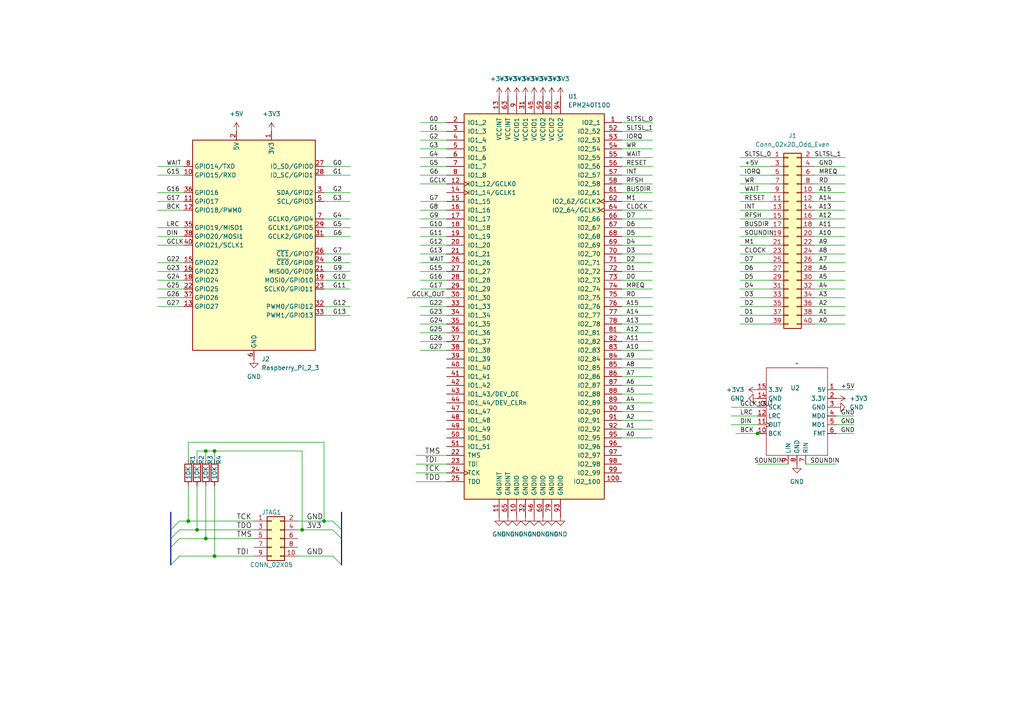
<source format=kicad_sch>
(kicad_sch (version 20231120) (generator "eeschema") (generator_version "8.0")
  (paper "A4")
  (lib_symbols
    (symbol "CPLD_Altera:EPM240T100" (pin_names (offset 1.016))
      (property "Reference" "U" (at 10.16 57.15 0))
      (property "Value" "EPM240T100" (at 10.16 -57.15 0))
      (symbol "EPM240T100_1_1"
        (rectangle (start -20.32 55.88) (end 20.32 -55.88) (stroke (width 0.254)) (fill (type background)))
        (pin bidirectional line (at 25.4 53.34 180) (length 5.08) (name "IO2_1") (number "1"))
        (pin power_in line (at -5.08 -60.96 90) (length 5.08) (name "GNDIO") (number "10"))
        (pin bidirectional line (at 25.4 -50.8 180) (length 5.08) (name "IO2_100") (number "100"))
        (pin power_in line (at -10.16 -60.96 90) (length 5.08) (name "GNDINT") (number "11"))
        (pin bidirectional clock (at -25.4 35.56 0) (length 5.08) (name "IO1_12/GCLK0") (number "12"))
        (pin power_in line (at -10.16 60.96 270) (length 5.08) (name "VCCINT") (number "13"))
        (pin bidirectional clock (at -25.4 33.02 0) (length 5.08) (name "IO1_14/GCLK1") (number "14"))
        (pin bidirectional line (at -25.4 30.48 0) (length 5.08) (name "IO1_15") (number "15"))
        (pin bidirectional line (at -25.4 27.94 0) (length 5.08) (name "IO1_16") (number "16"))
        (pin bidirectional line (at -25.4 25.4 0) (length 5.08) (name "IO1_17") (number "17"))
        (pin bidirectional line (at -25.4 22.86 0) (length 5.08) (name "IO1_18") (number "18"))
        (pin bidirectional line (at -25.4 20.32 0) (length 5.08) (name "IO1_19") (number "19"))
        (pin bidirectional line (at -25.4 53.34 0) (length 5.08) (name "IO1_2") (number "2"))
        (pin bidirectional line (at -25.4 17.78 0) (length 5.08) (name "IO1_20") (number "20"))
        (pin bidirectional line (at -25.4 15.24 0) (length 5.08) (name "IO1_21") (number "21"))
        (pin input line (at -25.4 -43.18 0) (length 5.08) (name "TMS") (number "22"))
        (pin input line (at -25.4 -45.72 0) (length 5.08) (name "TDI") (number "23"))
        (pin input clock (at -25.4 -48.26 0) (length 5.08) (name "TCK") (number "24"))
        (pin output line (at -25.4 -50.8 0) (length 5.08) (name "TDO") (number "25"))
        (pin bidirectional line (at -25.4 12.7 0) (length 5.08) (name "IO1_26") (number "26"))
        (pin bidirectional line (at -25.4 10.16 0) (length 5.08) (name "IO1_27") (number "27"))
        (pin bidirectional line (at -25.4 7.62 0) (length 5.08) (name "IO1_28") (number "28"))
        (pin bidirectional line (at -25.4 5.08 0) (length 5.08) (name "IO1_29") (number "29"))
        (pin bidirectional line (at -25.4 50.8 0) (length 5.08) (name "IO1_3") (number "3"))
        (pin bidirectional line (at -25.4 2.54 0) (length 5.08) (name "IO1_30") (number "30"))
        (pin power_in line (at -2.54 60.96 270) (length 5.08) (name "VCCIO1") (number "31"))
        (pin power_in line (at -2.54 -60.96 90) (length 5.08) (name "GNDIO") (number "32"))
        (pin bidirectional line (at -25.4 0 0) (length 5.08) (name "IO1_33") (number "33"))
        (pin bidirectional line (at -25.4 -2.54 0) (length 5.08) (name "IO1_34") (number "34"))
        (pin bidirectional line (at -25.4 -5.08 0) (length 5.08) (name "IO1_35") (number "35"))
        (pin bidirectional line (at -25.4 -7.62 0) (length 5.08) (name "IO1_36") (number "36"))
        (pin bidirectional line (at -25.4 -10.16 0) (length 5.08) (name "IO1_37") (number "37"))
        (pin bidirectional line (at -25.4 -12.7 0) (length 5.08) (name "IO1_38") (number "38"))
        (pin bidirectional line (at -25.4 -15.24 0) (length 5.08) (name "IO1_39") (number "39"))
        (pin bidirectional line (at -25.4 48.26 0) (length 5.08) (name "IO1_4") (number "4"))
        (pin bidirectional line (at -25.4 -17.78 0) (length 5.08) (name "IO1_40") (number "40"))
        (pin bidirectional line (at -25.4 -20.32 0) (length 5.08) (name "IO1_41") (number "41"))
        (pin bidirectional line (at -25.4 -22.86 0) (length 5.08) (name "IO1_42") (number "42"))
        (pin bidirectional line (at -25.4 -25.4 0) (length 5.08) (name "IO1_43/DEV_OE") (number "43"))
        (pin bidirectional line (at -25.4 -27.94 0) (length 5.08) (name "IO1_44/DEV_CLRn") (number "44"))
        (pin power_in line (at 0 60.96 270) (length 5.08) (name "VCCIO1") (number "45"))
        (pin power_in line (at 0 -60.96 90) (length 5.08) (name "GNDIO") (number "46"))
        (pin bidirectional line (at -25.4 -30.48 0) (length 5.08) (name "IO1_47") (number "47"))
        (pin bidirectional line (at -25.4 -33.02 0) (length 5.08) (name "IO1_48") (number "48"))
        (pin bidirectional line (at -25.4 -35.56 0) (length 5.08) (name "IO1_49") (number "49"))
        (pin bidirectional line (at -25.4 45.72 0) (length 5.08) (name "IO1_5") (number "5"))
        (pin bidirectional line (at -25.4 -38.1 0) (length 5.08) (name "IO1_50") (number "50"))
        (pin bidirectional line (at -25.4 -40.64 0) (length 5.08) (name "IO1_51") (number "51"))
        (pin bidirectional line (at 25.4 50.8 180) (length 5.08) (name "IO2_52") (number "52"))
        (pin bidirectional line (at 25.4 48.26 180) (length 5.08) (name "IO2_53") (number "53"))
        (pin bidirectional line (at 25.4 45.72 180) (length 5.08) (name "IO2_54") (number "54"))
        (pin bidirectional line (at 25.4 43.18 180) (length 5.08) (name "IO2_55") (number "55"))
        (pin bidirectional line (at 25.4 40.64 180) (length 5.08) (name "IO2_56") (number "56"))
        (pin bidirectional line (at 25.4 38.1 180) (length 5.08) (name "IO2_57") (number "57"))
        (pin bidirectional line (at 25.4 35.56 180) (length 5.08) (name "IO2_58") (number "58"))
        (pin power_in line (at 2.54 60.96 270) (length 5.08) (name "VCCIO2") (number "59"))
        (pin bidirectional line (at -25.4 43.18 0) (length 5.08) (name "IO1_6") (number "6"))
        (pin power_in line (at 2.54 -60.96 90) (length 5.08) (name "GNDIO") (number "60"))
        (pin bidirectional line (at 25.4 33.02 180) (length 5.08) (name "IO2_61") (number "61"))
        (pin bidirectional clock (at 25.4 30.48 180) (length 5.08) (name "IO2_62/GCLK2") (number "62"))
        (pin power_in line (at -7.62 60.96 270) (length 5.08) (name "VCCINT") (number "63"))
        (pin bidirectional clock (at 25.4 27.94 180) (length 5.08) (name "IO2_64/GCLK3") (number "64"))
        (pin power_in line (at -7.62 -60.96 90) (length 5.08) (name "GNDINT") (number "65"))
        (pin bidirectional line (at 25.4 25.4 180) (length 5.08) (name "IO2_66") (number "66"))
        (pin bidirectional line (at 25.4 22.86 180) (length 5.08) (name "IO2_67") (number "67"))
        (pin bidirectional line (at 25.4 20.32 180) (length 5.08) (name "IO2_68") (number "68"))
        (pin bidirectional line (at 25.4 17.78 180) (length 5.08) (name "IO2_69") (number "69"))
        (pin bidirectional line (at -25.4 40.64 0) (length 5.08) (name "IO1_7") (number "7"))
        (pin bidirectional line (at 25.4 15.24 180) (length 5.08) (name "IO2_70") (number "70"))
        (pin bidirectional line (at 25.4 12.7 180) (length 5.08) (name "IO2_71") (number "71"))
        (pin bidirectional line (at 25.4 10.16 180) (length 5.08) (name "IO2_72") (number "72"))
        (pin bidirectional line (at 25.4 7.62 180) (length 5.08) (name "IO2_73") (number "73"))
        (pin bidirectional line (at 25.4 5.08 180) (length 5.08) (name "IO2_74") (number "74"))
        (pin bidirectional line (at 25.4 2.54 180) (length 5.08) (name "IO2_75") (number "75"))
        (pin bidirectional line (at 25.4 0 180) (length 5.08) (name "IO2_76") (number "76"))
        (pin bidirectional line (at 25.4 -2.54 180) (length 5.08) (name "IO2_77") (number "77"))
        (pin bidirectional line (at 25.4 -5.08 180) (length 5.08) (name "IO2_78") (number "78"))
        (pin power_in line (at 5.08 -60.96 90) (length 5.08) (name "GNDIO") (number "79"))
        (pin bidirectional line (at -25.4 38.1 0) (length 5.08) (name "IO1_8") (number "8"))
        (pin power_in line (at 5.08 60.96 270) (length 5.08) (name "VCCIO2") (number "80"))
        (pin bidirectional line (at 25.4 -7.62 180) (length 5.08) (name "IO2_81") (number "81"))
        (pin bidirectional line (at 25.4 -10.16 180) (length 5.08) (name "IO2_82") (number "82"))
        (pin bidirectional line (at 25.4 -12.7 180) (length 5.08) (name "IO2_83") (number "83"))
        (pin bidirectional line (at 25.4 -15.24 180) (length 5.08) (name "IO2_84") (number "84"))
        (pin bidirectional line (at 25.4 -17.78 180) (length 5.08) (name "IO2_85") (number "85"))
        (pin bidirectional line (at 25.4 -20.32 180) (length 5.08) (name "IO2_86") (number "86"))
        (pin bidirectional line (at 25.4 -22.86 180) (length 5.08) (name "IO2_87") (number "87"))
        (pin bidirectional line (at 25.4 -25.4 180) (length 5.08) (name "IO2_88") (number "88"))
        (pin bidirectional line (at 25.4 -27.94 180) (length 5.08) (name "IO2_89") (number "89"))
        (pin power_in line (at -5.08 60.96 270) (length 5.08) (name "VCCIO1") (number "9"))
        (pin bidirectional line (at 25.4 -30.48 180) (length 5.08) (name "IO2_90") (number "90"))
        (pin bidirectional line (at 25.4 -33.02 180) (length 5.08) (name "IO2_91") (number "91"))
        (pin bidirectional line (at 25.4 -35.56 180) (length 5.08) (name "IO2_92") (number "92"))
        (pin power_in line (at 7.62 -60.96 90) (length 5.08) (name "GNDIO") (number "93"))
        (pin power_in line (at 7.62 60.96 270) (length 5.08) (name "VCCIO2") (number "94"))
        (pin bidirectional line (at 25.4 -38.1 180) (length 5.08) (name "IO2_95") (number "95"))
        (pin bidirectional line (at 25.4 -40.64 180) (length 5.08) (name "IO2_96") (number "96"))
        (pin bidirectional line (at 25.4 -43.18 180) (length 5.08) (name "IO2_97") (number "97"))
        (pin bidirectional line (at 25.4 -45.72 180) (length 5.08) (name "IO2_98") (number "98"))
        (pin bidirectional line (at 25.4 -48.26 180) (length 5.08) (name "IO2_99") (number "99"))
      )
    )
    (symbol "Connector:Raspberry_Pi_2_3"
      (property "Reference" "J" (at -17.78 31.75 0))
      (property "Value" "Raspberry_Pi_2_3" (at 10.16 -31.75 0))
      (symbol "Raspberry_Pi_2_3_0_1"
        (rectangle (start -17.78 30.48) (end 17.78 -30.48) (stroke (width 0.254)) (fill (type background)))
      )
      (symbol "Raspberry_Pi_2_3_1_1"
        (pin power_in line (at 5.08 33.02 270) (length 2.54) (name "3V3") (number "1"))
        (pin bidirectional line (at -20.32 20.32 0) (length 2.54) (name "GPIO15/RXD") (number "10"))
        (pin bidirectional line (at -20.32 12.7 0) (length 2.54) (name "GPIO17") (number "11"))
        (pin bidirectional line (at -20.32 10.16 0) (length 2.54) (name "GPIO18/PWM0") (number "12"))
        (pin bidirectional line (at -20.32 -17.78 0) (length 2.54) (name "GPIO27") (number "13"))
        (pin passive line (at 0 -33.02 90) (length 2.54) hide (name "GND") (number "14"))
        (pin bidirectional line (at -20.32 -5.08 0) (length 2.54) (name "GPIO22") (number "15"))
        (pin bidirectional line (at -20.32 -7.62 0) (length 2.54) (name "GPIO23") (number "16"))
        (pin passive line (at 5.08 33.02 270) (length 2.54) hide (name "3V3") (number "17"))
        (pin bidirectional line (at -20.32 -10.16 0) (length 2.54) (name "GPIO24") (number "18"))
        (pin bidirectional line (at 20.32 -10.16 180) (length 2.54) (name "MOSI0/GPIO10") (number "19"))
        (pin power_in line (at -5.08 33.02 270) (length 2.54) (name "5V") (number "2"))
        (pin passive line (at 0 -33.02 90) (length 2.54) hide (name "GND") (number "20"))
        (pin bidirectional line (at 20.32 -7.62 180) (length 2.54) (name "MISO0/GPIO9") (number "21"))
        (pin bidirectional line (at -20.32 -12.7 0) (length 2.54) (name "GPIO25") (number "22"))
        (pin bidirectional line (at 20.32 -12.7 180) (length 2.54) (name "SCLK0/GPIO11") (number "23"))
        (pin bidirectional line (at 20.32 -5.08 180) (length 2.54) (name "~{CE0}/GPIO8") (number "24"))
        (pin passive line (at 0 -33.02 90) (length 2.54) hide (name "GND") (number "25"))
        (pin bidirectional line (at 20.32 -2.54 180) (length 2.54) (name "~{CE1}/GPIO7") (number "26"))
        (pin bidirectional line (at 20.32 22.86 180) (length 2.54) (name "ID_SD/GPIO0") (number "27"))
        (pin bidirectional line (at 20.32 20.32 180) (length 2.54) (name "ID_SC/GPIO1") (number "28"))
        (pin bidirectional line (at 20.32 5.08 180) (length 2.54) (name "GCLK1/GPIO5") (number "29"))
        (pin bidirectional line (at 20.32 15.24 180) (length 2.54) (name "SDA/GPIO2") (number "3"))
        (pin passive line (at 0 -33.02 90) (length 2.54) hide (name "GND") (number "30"))
        (pin bidirectional line (at 20.32 2.54 180) (length 2.54) (name "GCLK2/GPIO6") (number "31"))
        (pin bidirectional line (at 20.32 -17.78 180) (length 2.54) (name "PWM0/GPIO12") (number "32"))
        (pin bidirectional line (at 20.32 -20.32 180) (length 2.54) (name "PWM1/GPIO13") (number "33"))
        (pin passive line (at 0 -33.02 90) (length 2.54) hide (name "GND") (number "34"))
        (pin bidirectional line (at -20.32 5.08 0) (length 2.54) (name "GPIO19/MISO1") (number "35"))
        (pin bidirectional line (at -20.32 15.24 0) (length 2.54) (name "GPIO16") (number "36"))
        (pin bidirectional line (at -20.32 -15.24 0) (length 2.54) (name "GPIO26") (number "37"))
        (pin bidirectional line (at -20.32 2.54 0) (length 2.54) (name "GPIO20/MOSI1") (number "38"))
        (pin passive line (at 0 -33.02 90) (length 2.54) hide (name "GND") (number "39"))
        (pin passive line (at -5.08 33.02 270) (length 2.54) hide (name "5V") (number "4"))
        (pin bidirectional line (at -20.32 0 0) (length 2.54) (name "GPIO21/SCLK1") (number "40"))
        (pin bidirectional line (at 20.32 12.7 180) (length 2.54) (name "SCL/GPIO3") (number "5"))
        (pin power_in line (at 0 -33.02 90) (length 2.54) (name "GND") (number "6"))
        (pin bidirectional line (at 20.32 7.62 180) (length 2.54) (name "GCLK0/GPIO4") (number "7"))
        (pin bidirectional line (at -20.32 22.86 0) (length 2.54) (name "GPIO14/TXD") (number "8"))
        (pin passive line (at 0 -33.02 90) (length 2.54) hide (name "GND") (number "9"))
      )
    )
    (symbol "Connector_Generic:Conn_02x05_Odd_Even" (pin_names (offset 1.016) hide)
      (property "Reference" "J" (at 1.27 7.62 0))
      (property "Value" "Conn_02x05_Odd_Even" (at 1.27 -7.62 0))
      (symbol "Conn_02x05_Odd_Even_1_1"
        (rectangle (start -1.27 -4.953) (end 0 -5.207) (stroke (width 0.1524)))
        (rectangle (start -1.27 -2.413) (end 0 -2.667) (stroke (width 0.1524)))
        (rectangle (start -1.27 0.127) (end 0 -0.127) (stroke (width 0.1524)))
        (rectangle (start -1.27 2.667) (end 0 2.413) (stroke (width 0.1524)))
        (rectangle (start -1.27 5.207) (end 0 4.953) (stroke (width 0.1524)))
        (rectangle (start -1.27 6.35) (end 3.81 -6.35) (stroke (width 0.254)) (fill (type background)))
        (rectangle (start 3.81 -4.953) (end 2.54 -5.207) (stroke (width 0.1524)))
        (rectangle (start 3.81 -2.413) (end 2.54 -2.667) (stroke (width 0.1524)))
        (rectangle (start 3.81 0.127) (end 2.54 -0.127) (stroke (width 0.1524)))
        (rectangle (start 3.81 2.667) (end 2.54 2.413) (stroke (width 0.1524)))
        (rectangle (start 3.81 5.207) (end 2.54 4.953) (stroke (width 0.1524)))
        (pin passive line (at -5.08 5.08 0) (length 3.81) (name "Pin_1") (number "1"))
        (pin passive line (at 7.62 -5.08 180) (length 3.81) (name "Pin_10") (number "10"))
        (pin passive line (at 7.62 5.08 180) (length 3.81) (name "Pin_2") (number "2"))
        (pin passive line (at -5.08 2.54 0) (length 3.81) (name "Pin_3") (number "3"))
        (pin passive line (at 7.62 2.54 180) (length 3.81) (name "Pin_4") (number "4"))
        (pin passive line (at -5.08 0 0) (length 3.81) (name "Pin_5") (number "5"))
        (pin passive line (at 7.62 0 180) (length 3.81) (name "Pin_6") (number "6"))
        (pin passive line (at -5.08 -2.54 0) (length 3.81) (name "Pin_7") (number "7"))
        (pin passive line (at 7.62 -2.54 180) (length 3.81) (name "Pin_8") (number "8"))
        (pin passive line (at -5.08 -5.08 0) (length 3.81) (name "Pin_9") (number "9"))
      )
    )
    (symbol "Connector_Generic:Conn_02x20_Odd_Even" (pin_names (offset 1.016) hide)
      (property "Reference" "J" (at 1.27 25.4 0))
      (property "Value" "Conn_02x20_Odd_Even" (at 1.27 -27.94 0))
      (symbol "Conn_02x20_Odd_Even_1_1"
        (rectangle (start -1.27 -25.273) (end 0 -25.527) (stroke (width 0.1524)))
        (rectangle (start -1.27 -22.733) (end 0 -22.987) (stroke (width 0.1524)))
        (rectangle (start -1.27 -20.193) (end 0 -20.447) (stroke (width 0.1524)))
        (rectangle (start -1.27 -17.653) (end 0 -17.907) (stroke (width 0.1524)))
        (rectangle (start -1.27 -15.113) (end 0 -15.367) (stroke (width 0.1524)))
        (rectangle (start -1.27 -12.573) (end 0 -12.827) (stroke (width 0.1524)))
        (rectangle (start -1.27 -10.033) (end 0 -10.287) (stroke (width 0.1524)))
        (rectangle (start -1.27 -7.493) (end 0 -7.747) (stroke (width 0.1524)))
        (rectangle (start -1.27 -4.953) (end 0 -5.207) (stroke (width 0.1524)))
        (rectangle (start -1.27 -2.413) (end 0 -2.667) (stroke (width 0.1524)))
        (rectangle (start -1.27 0.127) (end 0 -0.127) (stroke (width 0.1524)))
        (rectangle (start -1.27 2.667) (end 0 2.413) (stroke (width 0.1524)))
        (rectangle (start -1.27 5.207) (end 0 4.953) (stroke (width 0.1524)))
        (rectangle (start -1.27 7.747) (end 0 7.493) (stroke (width 0.1524)))
        (rectangle (start -1.27 10.287) (end 0 10.033) (stroke (width 0.1524)))
        (rectangle (start -1.27 12.827) (end 0 12.573) (stroke (width 0.1524)))
        (rectangle (start -1.27 15.367) (end 0 15.113) (stroke (width 0.1524)))
        (rectangle (start -1.27 17.907) (end 0 17.653) (stroke (width 0.1524)))
        (rectangle (start -1.27 20.447) (end 0 20.193) (stroke (width 0.1524)))
        (rectangle (start -1.27 22.987) (end 0 22.733) (stroke (width 0.1524)))
        (rectangle (start -1.27 24.13) (end 3.81 -26.67) (stroke (width 0.254)) (fill (type background)))
        (rectangle (start 3.81 -25.273) (end 2.54 -25.527) (stroke (width 0.1524)))
        (rectangle (start 3.81 -22.733) (end 2.54 -22.987) (stroke (width 0.1524)))
        (rectangle (start 3.81 -20.193) (end 2.54 -20.447) (stroke (width 0.1524)))
        (rectangle (start 3.81 -17.653) (end 2.54 -17.907) (stroke (width 0.1524)))
        (rectangle (start 3.81 -15.113) (end 2.54 -15.367) (stroke (width 0.1524)))
        (rectangle (start 3.81 -12.573) (end 2.54 -12.827) (stroke (width 0.1524)))
        (rectangle (start 3.81 -10.033) (end 2.54 -10.287) (stroke (width 0.1524)))
        (rectangle (start 3.81 -7.493) (end 2.54 -7.747) (stroke (width 0.1524)))
        (rectangle (start 3.81 -4.953) (end 2.54 -5.207) (stroke (width 0.1524)))
        (rectangle (start 3.81 -2.413) (end 2.54 -2.667) (stroke (width 0.1524)))
        (rectangle (start 3.81 0.127) (end 2.54 -0.127) (stroke (width 0.1524)))
        (rectangle (start 3.81 2.667) (end 2.54 2.413) (stroke (width 0.1524)))
        (rectangle (start 3.81 5.207) (end 2.54 4.953) (stroke (width 0.1524)))
        (rectangle (start 3.81 7.747) (end 2.54 7.493) (stroke (width 0.1524)))
        (rectangle (start 3.81 10.287) (end 2.54 10.033) (stroke (width 0.1524)))
        (rectangle (start 3.81 12.827) (end 2.54 12.573) (stroke (width 0.1524)))
        (rectangle (start 3.81 15.367) (end 2.54 15.113) (stroke (width 0.1524)))
        (rectangle (start 3.81 17.907) (end 2.54 17.653) (stroke (width 0.1524)))
        (rectangle (start 3.81 20.447) (end 2.54 20.193) (stroke (width 0.1524)))
        (rectangle (start 3.81 22.987) (end 2.54 22.733) (stroke (width 0.1524)))
        (pin passive line (at -5.08 22.86 0) (length 3.81) (name "Pin_1") (number "1"))
        (pin passive line (at 7.62 12.7 180) (length 3.81) (name "Pin_10") (number "10"))
        (pin passive line (at -5.08 10.16 0) (length 3.81) (name "Pin_11") (number "11"))
        (pin passive line (at 7.62 10.16 180) (length 3.81) (name "Pin_12") (number "12"))
        (pin passive line (at -5.08 7.62 0) (length 3.81) (name "Pin_13") (number "13"))
        (pin passive line (at 7.62 7.62 180) (length 3.81) (name "Pin_14") (number "14"))
        (pin passive line (at -5.08 5.08 0) (length 3.81) (name "Pin_15") (number "15"))
        (pin passive line (at 7.62 5.08 180) (length 3.81) (name "Pin_16") (number "16"))
        (pin passive line (at -5.08 2.54 0) (length 3.81) (name "Pin_17") (number "17"))
        (pin passive line (at 7.62 2.54 180) (length 3.81) (name "Pin_18") (number "18"))
        (pin passive line (at -5.08 0 0) (length 3.81) (name "Pin_19") (number "19"))
        (pin passive line (at 7.62 22.86 180) (length 3.81) (name "Pin_2") (number "2"))
        (pin passive line (at 7.62 0 180) (length 3.81) (name "Pin_20") (number "20"))
        (pin passive line (at -5.08 -2.54 0) (length 3.81) (name "Pin_21") (number "21"))
        (pin passive line (at 7.62 -2.54 180) (length 3.81) (name "Pin_22") (number "22"))
        (pin passive line (at -5.08 -5.08 0) (length 3.81) (name "Pin_23") (number "23"))
        (pin passive line (at 7.62 -5.08 180) (length 3.81) (name "Pin_24") (number "24"))
        (pin passive line (at -5.08 -7.62 0) (length 3.81) (name "Pin_25") (number "25"))
        (pin passive line (at 7.62 -7.62 180) (length 3.81) (name "Pin_26") (number "26"))
        (pin passive line (at -5.08 -10.16 0) (length 3.81) (name "Pin_27") (number "27"))
        (pin passive line (at 7.62 -10.16 180) (length 3.81) (name "Pin_28") (number "28"))
        (pin passive line (at -5.08 -12.7 0) (length 3.81) (name "Pin_29") (number "29"))
        (pin passive line (at -5.08 20.32 0) (length 3.81) (name "Pin_3") (number "3"))
        (pin passive line (at 7.62 -12.7 180) (length 3.81) (name "Pin_30") (number "30"))
        (pin passive line (at -5.08 -15.24 0) (length 3.81) (name "Pin_31") (number "31"))
        (pin passive line (at 7.62 -15.24 180) (length 3.81) (name "Pin_32") (number "32"))
        (pin passive line (at -5.08 -17.78 0) (length 3.81) (name "Pin_33") (number "33"))
        (pin passive line (at 7.62 -17.78 180) (length 3.81) (name "Pin_34") (number "34"))
        (pin passive line (at -5.08 -20.32 0) (length 3.81) (name "Pin_35") (number "35"))
        (pin passive line (at 7.62 -20.32 180) (length 3.81) (name "Pin_36") (number "36"))
        (pin passive line (at -5.08 -22.86 0) (length 3.81) (name "Pin_37") (number "37"))
        (pin passive line (at 7.62 -22.86 180) (length 3.81) (name "Pin_38") (number "38"))
        (pin passive line (at -5.08 -25.4 0) (length 3.81) (name "Pin_39") (number "39"))
        (pin passive line (at 7.62 20.32 180) (length 3.81) (name "Pin_4") (number "4"))
        (pin passive line (at 7.62 -25.4 180) (length 3.81) (name "Pin_40") (number "40"))
        (pin passive line (at -5.08 17.78 0) (length 3.81) (name "Pin_5") (number "5"))
        (pin passive line (at 7.62 17.78 180) (length 3.81) (name "Pin_6") (number "6"))
        (pin passive line (at -5.08 15.24 0) (length 3.81) (name "Pin_7") (number "7"))
        (pin passive line (at 7.62 15.24 180) (length 3.81) (name "Pin_8") (number "8"))
        (pin passive line (at -5.08 12.7 0) (length 3.81) (name "Pin_9") (number "9"))
      )
    )
    (symbol "Device:R" (pin_numbers hide) (pin_names (offset 0))
      (property "Reference" "R" (at 2.032 0 90))
      (property "Value" "R" (at 0 0 90))
      (symbol "R_0_1"
        (rectangle (start -1.016 -2.54) (end 1.016 2.54) (stroke (width 0.254)))
      )
      (symbol "R_1_1"
        (pin passive line (at 0 3.81 270) (length 1.27) (name "~") (number "1"))
        (pin passive line (at 0 -3.81 90) (length 1.27) (name "~") (number "2"))
      )
    )
    (symbol "msx_slot:PCM1808_EVB"
      (property "Reference" "U" (at 0 0.762 0))
      (symbol "PCM1808_EVB_0_1"
        (rectangle (start -8.89 12.7) (end 8.89 -12.7))
      )
      (symbol "PCM1808_EVB_1_1"
        (pin power_in line (at -11.43 -6.35 0) (length 2.54) (name "5V") (number "1"))
        (pin input line (at 11.43 6.35 180) (length 2.54) (name "BCK") (number "10"))
        (pin output clock (at 11.43 3.81 180) (length 2.54) (name "OUT") (number "11"))
        (pin input line (at 11.43 1.27 180) (length 2.54) (name "LRC") (number "12"))
        (pin input line (at 11.43 -1.27 180) (length 2.54) (name "SCK") (number "13"))
        (pin free line (at 11.43 -3.81 180) (length 2.54) (name "GND") (number "14"))
        (pin power_in line (at 11.43 -6.35 180) (length 2.54) (name "3.3V") (number "15"))
        (pin power_in line (at -11.43 -3.81 0) (length 2.54) (name "3.3V") (number "2"))
        (pin free line (at -11.43 -1.27 0) (length 2.54) (name "GND") (number "3"))
        (pin input line (at -11.43 1.27 0) (length 2.54) (name "MD0") (number "4"))
        (pin input line (at -11.43 3.81 0) (length 2.54) (name "MD1") (number "5"))
        (pin input line (at -11.43 6.35 0) (length 2.54) (name "FMT") (number "6"))
        (pin input line (at -2.54 15.24 270) (length 2.54) (name "RIN") (number "7"))
        (pin input line (at 0 15.24 270) (length 2.54) (name "GND") (number "8"))
        (pin input line (at 2.54 15.24 270) (length 2.54) (name "LIN") (number "9"))
      )
    )
    (symbol "power:+3V3" (power) (pin_numbers hide) (pin_names (offset 0) hide)
      (property "Value" "+3V3" (at 0 3.556 0))
      (symbol "+3V3_0_1"
        (polyline (pts (xy -0.762 1.27) (xy 0 2.54)))
        (polyline (pts (xy 0 0) (xy 0 2.54)))
        (polyline (pts (xy 0 2.54) (xy 0.762 1.27)))
      )
      (symbol "+3V3_1_1"
        (pin power_in line (at 0 0 90) (length 0) (name "~") (number "1"))
      )
    )
    (symbol "power:+5V" (power) (pin_numbers hide) (pin_names (offset 0) hide)
      (property "Value" "+5V" (at 0 3.556 0))
      (symbol "+5V_0_1"
        (polyline (pts (xy -0.762 1.27) (xy 0 2.54)))
        (polyline (pts (xy 0 0) (xy 0 2.54)))
        (polyline (pts (xy 0 2.54) (xy 0.762 1.27)))
      )
      (symbol "+5V_1_1"
        (pin power_in line (at 0 0 90) (length 0) (name "~") (number "1"))
      )
    )
    (symbol "power:GND" (power) (pin_numbers hide) (pin_names (offset 0) hide)
      (property "Value" "GND" (at 0 -3.81 0))
      (symbol "GND_0_1"
        (polyline (pts (xy 0 0) (xy 0 -1.27) (xy 1.27 -1.27) (xy 0 -2.54) (xy -1.27 -1.27) (xy 0 -1.27)))
      )
      (symbol "GND_1_1"
        (pin power_in line (at 0 0 270) (length 0) (name "~") (number "1"))
      )
    )
  )
  (junction (at 59.69 156.21))
  (junction (at 87.63 153.67))
  (junction (at 93.98 151.13))
  (junction (at 59.69 130.81))
  (junction (at 62.23 130.81))
  (junction (at 219.71 125.73))
  (junction (at 62.23 161.29))
  (junction (at 54.61 151.13))
  (junction (at 57.15 153.67))
  (bus_entry (at 49.53 163.83) (size 2.54 -2.54))
  (bus_entry (at 96.52 153.67) (size 2.54 2.54))
  (bus_entry (at 49.53 153.67) (size 2.54 -2.54))
  (bus_entry (at 96.52 161.29) (size 2.54 2.54))
  (bus_entry (at 96.52 151.13) (size 2.54 2.54))
  (bus_entry (at 49.53 158.75) (size 2.54 -2.54))
  (bus_entry (at 49.53 156.21) (size 2.54 -2.54))
  (wire (pts (xy 45.72 58.42) (xy 53.34 58.42)))
  (wire (pts (xy 233.68 134.62) (xy 242.57 134.62)))
  (wire (pts (xy 180.34 109.22) (xy 189.23 109.22)))
  (wire (pts (xy 121.92 43.18) (xy 129.54 43.18)))
  (wire (pts (xy 236.22 73.66) (xy 245.11 73.66)))
  (wire (pts (xy 242.57 113.03) (xy 247.65 113.03)))
  (wire (pts (xy 236.22 53.34) (xy 245.11 53.34)))
  (wire (pts (xy 45.72 60.96) (xy 53.34 60.96)))
  (wire (pts (xy 180.34 45.72) (xy 189.23 45.72)))
  (wire (pts (xy 93.98 76.2) (xy 101.6 76.2)))
  (wire (pts (xy 242.57 123.19) (xy 247.65 123.19)))
  (wire (pts (xy 214.63 55.88) (xy 223.52 55.88)))
  (wire (pts (xy 57.15 153.67) (xy 73.66 153.67)))
  (wire (pts (xy 86.36 151.13) (xy 93.98 151.13)))
  (wire (pts (xy 59.69 156.21) (xy 73.66 156.21)))
  (wire (pts (xy 180.34 127) (xy 189.23 127)))
  (bus (pts (xy 49.53 158.75) (xy 49.53 163.83)))
  (wire (pts (xy 236.22 76.2) (xy 245.11 76.2)))
  (wire (pts (xy 180.34 71.12) (xy 189.23 71.12)))
  (wire (pts (xy 93.98 55.88) (xy 101.6 55.88)))
  (wire (pts (xy 121.92 73.66) (xy 129.54 73.66)))
  (wire (pts (xy 121.92 48.26) (xy 129.54 48.26)))
  (wire (pts (xy 120.65 137.16) (xy 129.54 137.16)))
  (wire (pts (xy 121.92 58.42) (xy 129.54 58.42)))
  (wire (pts (xy 180.34 104.14) (xy 189.23 104.14)))
  (wire (pts (xy 121.92 101.6) (xy 129.54 101.6)))
  (wire (pts (xy 93.98 151.13) (xy 96.52 151.13)))
  (wire (pts (xy 180.34 66.04) (xy 189.23 66.04)))
  (wire (pts (xy 121.92 68.58) (xy 129.54 68.58)))
  (wire (pts (xy 180.34 43.18) (xy 189.23 43.18)))
  (wire (pts (xy 214.63 93.98) (xy 223.52 93.98)))
  (wire (pts (xy 214.63 48.26) (xy 223.52 48.26)))
  (wire (pts (xy 45.72 81.28) (xy 53.34 81.28)))
  (wire (pts (xy 212.09 120.65) (xy 219.71 120.65)))
  (wire (pts (xy 62.23 161.29) (xy 73.66 161.29)))
  (wire (pts (xy 180.34 60.96) (xy 189.23 60.96)))
  (wire (pts (xy 214.63 58.42) (xy 223.52 58.42)))
  (wire (pts (xy 121.92 91.44) (xy 129.54 91.44)))
  (wire (pts (xy 242.57 125.73) (xy 247.65 125.73)))
  (wire (pts (xy 214.63 68.58) (xy 223.52 68.58)))
  (wire (pts (xy 93.98 48.26) (xy 101.6 48.26)))
  (wire (pts (xy 214.63 53.34) (xy 223.52 53.34)))
  (wire (pts (xy 214.63 60.96) (xy 223.52 60.96)))
  (wire (pts (xy 212.09 118.11) (xy 219.71 118.11)))
  (wire (pts (xy 93.98 58.42) (xy 101.6 58.42)))
  (wire (pts (xy 180.34 111.76) (xy 189.23 111.76)))
  (wire (pts (xy 236.22 68.58) (xy 245.11 68.58)))
  (wire (pts (xy 45.72 55.88) (xy 53.34 55.88)))
  (wire (pts (xy 214.63 45.72) (xy 223.52 45.72)))
  (wire (pts (xy 180.34 35.56) (xy 189.23 35.56)))
  (wire (pts (xy 213.36 125.73) (xy 219.71 125.73)))
  (wire (pts (xy 236.22 86.36) (xy 245.11 86.36)))
  (wire (pts (xy 59.69 133.35) (xy 59.69 130.81)))
  (wire (pts (xy 214.63 88.9) (xy 223.52 88.9)))
  (wire (pts (xy 121.92 83.82) (xy 129.54 83.82)))
  (wire (pts (xy 180.34 86.36) (xy 189.23 86.36)))
  (wire (pts (xy 93.98 63.5) (xy 101.6 63.5)))
  (wire (pts (xy 180.34 88.9) (xy 189.23 88.9)))
  (wire (pts (xy 214.63 63.5) (xy 223.52 63.5)))
  (wire (pts (xy 180.34 96.52) (xy 189.23 96.52)))
  (wire (pts (xy 120.65 134.62) (xy 129.54 134.62)))
  (wire (pts (xy 214.63 78.74) (xy 223.52 78.74)))
  (wire (pts (xy 86.36 161.29) (xy 96.52 161.29)))
  (wire (pts (xy 120.65 139.7) (xy 129.54 139.7)))
  (wire (pts (xy 62.23 130.81) (xy 62.23 133.35)))
  (wire (pts (xy 180.34 106.68) (xy 189.23 106.68)))
  (wire (pts (xy 54.61 128.27) (xy 54.61 133.35)))
  (wire (pts (xy 236.22 48.26) (xy 245.11 48.26)))
  (wire (pts (xy 121.92 66.04) (xy 129.54 66.04)))
  (wire (pts (xy 93.98 151.13) (xy 93.98 128.27)))
  (wire (pts (xy 180.34 81.28) (xy 189.23 81.28)))
  (wire (pts (xy 180.34 40.64) (xy 189.23 40.64)))
  (wire (pts (xy 93.98 91.44) (xy 101.6 91.44)))
  (wire (pts (xy 180.34 93.98) (xy 189.23 93.98)))
  (bus (pts (xy 49.53 153.67) (xy 49.53 156.21)))
  (wire (pts (xy 54.61 151.13) (xy 73.66 151.13)))
  (wire (pts (xy 180.34 116.84) (xy 189.23 116.84)))
  (wire (pts (xy 54.61 151.13) (xy 54.61 140.97)))
  (wire (pts (xy 180.34 124.46) (xy 189.23 124.46)))
  (wire (pts (xy 52.07 151.13) (xy 54.61 151.13)))
  (wire (pts (xy 59.69 130.81) (xy 62.23 130.81)))
  (wire (pts (xy 236.22 60.96) (xy 245.11 60.96)))
  (wire (pts (xy 180.34 48.26) (xy 189.23 48.26)))
  (wire (pts (xy 236.22 93.98) (xy 245.11 93.98)))
  (wire (pts (xy 214.63 83.82) (xy 223.52 83.82)))
  (bus (pts (xy 99.06 148.59) (xy 99.06 153.67)))
  (wire (pts (xy 121.92 35.56) (xy 129.54 35.56)))
  (wire (pts (xy 86.36 153.67) (xy 87.63 153.67)))
  (wire (pts (xy 236.22 58.42) (xy 245.11 58.42)))
  (wire (pts (xy 121.92 53.34) (xy 129.54 53.34)))
  (wire (pts (xy 45.72 83.82) (xy 53.34 83.82)))
  (wire (pts (xy 45.72 68.58) (xy 53.34 68.58)))
  (wire (pts (xy 214.63 86.36) (xy 223.52 86.36)))
  (wire (pts (xy 236.22 50.8) (xy 245.11 50.8)))
  (wire (pts (xy 212.09 123.19) (xy 219.71 123.19)))
  (wire (pts (xy 180.34 76.2) (xy 189.23 76.2)))
  (wire (pts (xy 52.07 153.67) (xy 57.15 153.67)))
  (wire (pts (xy 45.72 50.8) (xy 53.34 50.8)))
  (wire (pts (xy 180.34 99.06) (xy 189.23 99.06)))
  (wire (pts (xy 121.92 76.2) (xy 129.54 76.2)))
  (wire (pts (xy 121.92 63.5) (xy 129.54 63.5)))
  (wire (pts (xy 57.15 153.67) (xy 57.15 140.97)))
  (bus (pts (xy 99.06 156.21) (xy 99.06 163.83)))
  (wire (pts (xy 180.34 50.8) (xy 189.23 50.8)))
  (wire (pts (xy 93.98 50.8) (xy 101.6 50.8)))
  (wire (pts (xy 180.34 63.5) (xy 189.23 63.5)))
  (wire (pts (xy 236.22 88.9) (xy 245.11 88.9)))
  (wire (pts (xy 236.22 91.44) (xy 245.11 91.44)))
  (wire (pts (xy 121.92 50.8) (xy 129.54 50.8)))
  (wire (pts (xy 180.34 58.42) (xy 189.23 58.42)))
  (wire (pts (xy 45.72 76.2) (xy 53.34 76.2)))
  (wire (pts (xy 52.07 156.21) (xy 59.69 156.21)))
  (wire (pts (xy 236.22 66.04) (xy 245.11 66.04)))
  (bus (pts (xy 49.53 148.59) (xy 49.53 153.67)))
  (wire (pts (xy 236.22 63.5) (xy 245.11 63.5)))
  (wire (pts (xy 214.63 71.12) (xy 223.52 71.12)))
  (wire (pts (xy 93.98 81.28) (xy 101.6 81.28)))
  (wire (pts (xy 180.34 114.3) (xy 189.23 114.3)))
  (wire (pts (xy 45.72 66.04) (xy 53.34 66.04)))
  (wire (pts (xy 120.65 132.08) (xy 129.54 132.08)))
  (wire (pts (xy 180.34 78.74) (xy 189.23 78.74)))
  (wire (pts (xy 180.34 53.34) (xy 189.23 53.34)))
  (wire (pts (xy 121.92 93.98) (xy 129.54 93.98)))
  (wire (pts (xy 93.98 73.66) (xy 101.6 73.66)))
  (wire (pts (xy 45.72 71.12) (xy 53.34 71.12)))
  (wire (pts (xy 236.22 83.82) (xy 245.11 83.82)))
  (wire (pts (xy 236.22 71.12) (xy 245.11 71.12)))
  (bus (pts (xy 99.06 153.67) (xy 99.06 156.21)))
  (wire (pts (xy 87.63 153.67) (xy 96.52 153.67)))
  (wire (pts (xy 93.98 78.74) (xy 101.6 78.74)))
  (wire (pts (xy 121.92 45.72) (xy 129.54 45.72)))
  (wire (pts (xy 180.34 73.66) (xy 189.23 73.66)))
  (wire (pts (xy 121.92 96.52) (xy 129.54 96.52)))
  (wire (pts (xy 214.63 81.28) (xy 223.52 81.28)))
  (wire (pts (xy 121.92 99.06) (xy 129.54 99.06)))
  (wire (pts (xy 57.15 130.81) (xy 59.69 130.81)))
  (wire (pts (xy 214.63 73.66) (xy 223.52 73.66)))
  (wire (pts (xy 45.72 88.9) (xy 53.34 88.9)))
  (wire (pts (xy 180.34 38.1) (xy 189.23 38.1)))
  (wire (pts (xy 242.57 120.65) (xy 247.65 120.65)))
  (wire (pts (xy 180.34 55.88) (xy 189.23 55.88)))
  (wire (pts (xy 180.34 119.38) (xy 189.23 119.38)))
  (wire (pts (xy 236.22 45.72) (xy 245.11 45.72)))
  (wire (pts (xy 121.92 88.9) (xy 129.54 88.9)))
  (wire (pts (xy 236.22 81.28) (xy 245.11 81.28)))
  (wire (pts (xy 219.71 125.73) (xy 220.98 125.73)))
  (wire (pts (xy 228.6 134.62) (xy 219.71 134.62)))
  (wire (pts (xy 93.98 88.9) (xy 101.6 88.9)))
  (bus (pts (xy 49.53 156.21) (xy 49.53 158.75)))
  (wire (pts (xy 62.23 130.81) (xy 87.63 130.81)))
  (wire (pts (xy 214.63 50.8) (xy 223.52 50.8)))
  (wire (pts (xy 93.98 128.27) (xy 54.61 128.27)))
  (wire (pts (xy 93.98 66.04) (xy 101.6 66.04)))
  (wire (pts (xy 180.34 68.58) (xy 189.23 68.58)))
  (wire (pts (xy 121.92 78.74) (xy 129.54 78.74)))
  (wire (pts (xy 62.23 161.29) (xy 62.23 140.97)))
  (wire (pts (xy 121.92 38.1) (xy 129.54 38.1)))
  (wire (pts (xy 118.11 86.36) (xy 129.54 86.36)))
  (wire (pts (xy 93.98 83.82) (xy 101.6 83.82)))
  (wire (pts (xy 180.34 83.82) (xy 189.23 83.82)))
  (wire (pts (xy 45.72 86.36) (xy 53.34 86.36)))
  (wire (pts (xy 45.72 78.74) (xy 53.34 78.74)))
  (wire (pts (xy 121.92 40.64) (xy 129.54 40.64)))
  (wire (pts (xy 180.34 91.44) (xy 189.23 91.44)))
  (wire (pts (xy 214.63 91.44) (xy 223.52 91.44)))
  (wire (pts (xy 93.98 68.58) (xy 101.6 68.58)))
  (wire (pts (xy 45.72 48.26) (xy 53.34 48.26)))
  (wire (pts (xy 59.69 156.21) (xy 59.69 140.97)))
  (wire (pts (xy 121.92 81.28) (xy 129.54 81.28)))
  (wire (pts (xy 121.92 60.96) (xy 129.54 60.96)))
  (wire (pts (xy 57.15 133.35) (xy 57.15 130.81)))
  (wire (pts (xy 236.22 55.88) (xy 245.11 55.88)))
  (wire (pts (xy 180.34 101.6) (xy 189.23 101.6)))
  (wire (pts (xy 87.63 130.81) (xy 87.63 153.67)))
  (wire (pts (xy 214.63 76.2) (xy 223.52 76.2)))
  (wire (pts (xy 121.92 71.12) (xy 129.54 71.12)))
  (wire (pts (xy 180.34 121.92) (xy 189.23 121.92)))
  (wire (pts (xy 214.63 66.04) (xy 223.52 66.04)))
  (wire (pts (xy 52.07 161.29) (xy 62.23 161.29)))
  (wire (pts (xy 236.22 78.74) (xy 245.11 78.74)))
  (label "A7" (at 181.61 109.22 0))
  (label "TMS" (at 68.58 156.21 0) (effects (font (size 1.524 1.524))))
  (label "A9" (at 181.61 104.14 0))
  (label "D3" (at 215.9 86.36 0))
  (label "G25" (at 124.46 96.52 0))
  (label "BCK" (at 214.63 125.73 0))
  (label "RESET" (at 181.61 48.26 0))
  (label "M1" (at 215.9 71.12 0))
  (label "G3" (at 96.52 58.42 0))
  (label "+5V" (at 243.84 113.03 0))
  (label "TDO" (at 68.58 153.67 0) (effects (font (size 1.524 1.524))))
  (label "DIN" (at 214.63 123.19 0))
  (label "RESET" (at 215.9 58.42 0))
  (label "WR" (at 215.9 53.34 0))
  (label "GND" (at 88.9 161.29 0) (effects (font (size 1.524 1.524))))
  (label "D1" (at 181.61 78.74 0))
  (label "WAIT" (at 48.26 48.26 0))
  (label "A15" (at 237.49 55.88 0))
  (label "A5" (at 237.49 81.28 0))
  (label "A0" (at 237.49 93.98 0))
  (label "TCK" (at 123.19 137.16 0) (effects (font (size 1.524 1.524))))
  (label "G22" (at 124.46 88.9 0))
  (label "M1" (at 181.61 58.42 0))
  (label "G27" (at 124.46 101.6 0))
  (label "G16" (at 48.26 55.88 0))
  (label "A2" (at 237.49 88.9 0))
  (label "G11" (at 96.52 83.82 0))
  (label "G22" (at 48.26 76.2 0))
  (label "A4" (at 181.61 116.84 0))
  (label "GND" (at 243.84 123.19 0))
  (label "A11" (at 181.61 99.06 0))
  (label "A4" (at 237.49 83.82 0))
  (label "GND" (at 243.84 120.65 0))
  (label "G13" (at 124.46 73.66 0))
  (label "WAIT" (at 181.61 45.72 0))
  (label "G3" (at 124.46 43.18 0))
  (label "A3" (at 237.49 86.36 0))
  (label "A8" (at 181.61 106.68 0))
  (label "D2" (at 181.61 76.2 0))
  (label "RFSH" (at 181.61 53.34 0))
  (label "WR" (at 181.61 43.18 0))
  (label "GCLK_OUT" (at 214.63 118.11 0))
  (label "G1" (at 124.46 38.1 0))
  (label "A13" (at 181.61 93.98 0))
  (label "WAIT" (at 215.9 55.88 0))
  (label "SOUNDIN" (at 234.95 134.62 0))
  (label "G5" (at 96.52 66.04 0))
  (label "3V3" (at 88.9 153.67 0) (effects (font (size 1.524 1.524))))
  (label "G2" (at 124.46 40.64 0))
  (label "A1" (at 237.49 91.44 0))
  (label "A1" (at 181.61 124.46 0))
  (label "G13" (at 96.52 91.44 0))
  (label "TCK" (at 68.58 151.13 0) (effects (font (size 1.524 1.524))))
  (label "GND" (at 237.49 48.26 0))
  (label "TDI" (at 68.58 161.29 0) (effects (font (size 1.524 1.524))))
  (label "A7" (at 237.49 76.2 0))
  (label "MREQ" (at 181.61 83.82 0))
  (label "G7" (at 96.52 73.66 0))
  (label "D4" (at 215.9 83.82 0))
  (label "G8" (at 124.46 60.96 0))
  (label "SLTSL_1" (at 181.61 38.1 0))
  (label "TDI" (at 123.19 134.62 0) (effects (font (size 1.524 1.524))))
  (label "GCLK" (at 48.26 71.12 0))
  (label "CLOCK" (at 181.61 60.96 0))
  (label "D1" (at 215.9 91.44 0))
  (label "MREQ" (at 237.49 50.8 0))
  (label "G4" (at 124.46 45.72 0))
  (label "A14" (at 181.61 91.44 0))
  (label "A14" (at 237.49 58.42 0))
  (label "G6" (at 124.5327 50.8 0))
  (label "G10" (at 96.52 81.28 0))
  (label "TMS" (at 123.19 132.08 0) (effects (font (size 1.524 1.524))))
  (label "D5" (at 215.9 81.28 0))
  (label "IORQ" (at 181.61 40.64 0))
  (label "BCK" (at 48.26 60.96 0))
  (label "INT" (at 215.9 60.96 0))
  (label "A9" (at 237.49 71.12 0))
  (label "D4" (at 181.61 71.12 0))
  (label "A5" (at 181.61 114.3 0))
  (label "INT" (at 181.61 50.8 0))
  (label "G26" (at 48.26 86.36 0))
  (label "G10" (at 124.46 66.04 0))
  (label "G12" (at 96.52 88.9 0))
  (label "G15" (at 48.26 50.8 0))
  (label "RD" (at 237.49 53.34 0))
  (label "A10" (at 237.49 68.58 0))
  (label "G24" (at 124.5327 93.98 0))
  (label "D6" (at 215.9 78.74 0))
  (label "G9" (at 124.5327 63.5 0))
  (label "G15" (at 124.46 78.74 0))
  (label "GCLK_OUT" (at 119.38 86.36 0))
  (label "G2" (at 96.52 55.88 0))
  (label "A13" (at 237.49 60.96 0))
  (label "SLTSL_0" (at 215.9 45.72 0))
  (label "G12" (at 124.46 71.12 0))
  (label "GND" (at 243.84 125.73 0))
  (label "G24" (at 48.3327 81.28 0))
  (label "A6" (at 181.61 111.76 0))
  (label "CLOCK" (at 215.9 73.66 0))
  (label "G26" (at 124.46 99.06 0))
  (label "D7" (at 215.9 76.2 0))
  (label "A3" (at 181.61 119.38 0))
  (label "G5" (at 124.46 48.26 0))
  (label "G17" (at 48.26 58.42 0))
  (label "RD" (at 181.61 86.36 0))
  (label "A15" (at 181.61 88.9 0))
  (label "D6" (at 181.61 66.04 0))
  (label "D5" (at 181.61 68.58 0))
  (label "A12" (at 181.61 96.52 0))
  (label "G7" (at 124.46 58.42 0))
  (label "G23" (at 124.46 91.44 0))
  (label "RFSH" (at 215.9 63.5 0))
  (label "G6" (at 96.5927 68.58 0))
  (label "G9" (at 96.5927 78.74 0))
  (label "A6" (at 237.49 78.74 0))
  (label "G0" (at 124.46 35.56 0))
  (label "A0" (at 181.61 127 0))
  (label "G0" (at 96.52 48.26 0))
  (label "DIN" (at 48.26 68.58 0))
  (label "GND" (at 88.9 151.13 0) (effects (font (size 1.524 1.524))))
  (label "A10" (at 181.61 101.6 0))
  (label "SOUNDIN" (at 215.9 68.58 0))
  (label "BUSDIR" (at 181.61 55.88 0))
  (label "+5V" (at 215.9 48.26 0))
  (label "IORQ" (at 215.9 50.8 0))
  (label "LRC" (at 214.63 120.65 0))
  (label "D2" (at 215.9 88.9 0))
  (label "G4" (at 96.52 63.5 0))
  (label "D0" (at 215.9 93.98 0))
  (label "G27" (at 48.26 88.9 0))
  (label "WAIT" (at 124.46 76.2 0))
  (label "D3" (at 181.61 73.66 0))
  (label "G17" (at 124.46 83.82 0))
  (label "TDO" (at 123.19 139.7 0) (effects (font (size 1.524 1.524))))
  (label "G1" (at 96.52 50.8 0))
  (label "A8" (at 237.49 73.66 0))
  (label "A2" (at 181.61 121.92 0))
  (label "A11" (at 237.49 66.04 0))
  (label "G11" (at 124.46 68.58 0))
  (label "A12" (at 237.49 63.5 0))
  (label "G25" (at 48.26 83.82 0))
  (label "G23" (at 48.26 78.74 0))
  (label "G16" (at 124.46 81.28 0))
  (label "SOUNDIN" (at 227.33 134.62 180))
  (label "SLTSL_1" (at 236.22 45.72 0))
  (label "SLTSL_0" (at 181.61 35.56 0))
  (label "D0" (at 181.61 81.28 0))
  (label "GCLK" (at 124.46 53.34 0))
  (label "G8" (at 96.52 76.2 0))
  (label "D7" (at 181.61 63.5 0))
  (label "BUSDIR" (at 215.9 66.04 0))
  (label "LRC" (at 48.26 66.04 0))
  (symbol (lib_id "Connector_Generic:Conn_02x20_Odd_Even") (at 228.6 68.58 0) (unit 1)
    (property "Reference" "J1" (at 229.87 39.37 0))
    (property "Value" "Conn_02x20_Odd_Even" (at 229.87 41.91 0))
    (property "Footprint" "Connector_PinHeader_2.54mm:PinHeader_2x20_P2.54mm_Vertical" (effects (hide yes)))
    (property "Description" "Generic connector, double row, 02x20, odd/even pin numbering scheme (row 1 odd numbers, row 2 even numbers), script generated (kicad-library-utils/schlib/autogen/connector/)" (effects (hide yes)))
  )
  (symbol (lib_id "Connector_Generic:Conn_02x05_Odd_Even") (at 78.74 156.21 0) (unit 1)
    (property "Reference" "JTAG1" (at 78.74 148.59 0))
    (property "Value" "CONN_02X05" (at 78.74 163.83 0))
    (property "Footprint" "Connector_PinHeader_2.54mm:PinHeader_2x05_P2.54mm_Vertical" (effects (hide yes)))
    (property "Description" "Generic connector, double row, 02x05, odd/even pin numbering scheme (row 1 odd numbers, row 2 even numbers), script generated (kicad-library-utils/schlib/autogen/connector/)" (effects (hide yes)))
  )
  (symbol (lib_id "power:GND") (at 152.4 149.86 0) (unit 1)
    (property "Reference" "#PWR020" (effects (hide yes)))
    (property "Value" "GND" (at 152.4 154.94 0))
    (property "Description" "Power symbol creates a global label with name \"GND\" , ground" (effects (hide yes)))
  )
  (symbol (lib_id "power:+3V3") (at 152.4 27.94 0) (unit 1)
    (property "Reference" "#PWR012" (effects (hide yes)))
    (property "Value" "+3V3" (at 152.4 22.86 0))
    (property "Description" "Power symbol creates a global label with name \"+3V3\"" (effects (hide yes)))
  )
  (symbol (lib_id "power:GND") (at 147.32 149.86 0) (unit 1)
    (property "Reference" "#PWR018" (effects (hide yes)))
    (property "Value" "GND" (at 147.32 154.94 0))
    (property "Description" "Power symbol creates a global label with name \"GND\" , ground" (effects (hide yes)))
  )
  (symbol (lib_id "power:GND") (at 144.78 149.86 0) (unit 1)
    (property "Reference" "#PWR017" (effects (hide yes)))
    (property "Value" "GND" (at 144.78 154.94 0))
    (property "Description" "Power symbol creates a global label with name \"GND\" , ground" (effects (hide yes)))
  )
  (symbol (lib_id "power:+3V3") (at 147.32 27.94 0) (unit 1)
    (property "Reference" "#PWR010" (effects (hide yes)))
    (property "Value" "+3V3" (at 147.32 22.86 0))
    (property "Description" "Power symbol creates a global label with name \"+3V3\"" (effects (hide yes)))
  )
  (symbol (lib_id "power:+3V3") (at 219.71 113.03 90) (unit 1)
    (property "Reference" "#PWR04" (effects (hide yes)))
    (property "Value" "+3V3" (at 215.9 113.0299 90) (effects (justify left)))
    (property "Description" "Power symbol creates a global label with name \"+3V3\"" (effects (hide yes)))
  )
  (symbol (lib_id "power:+3V3") (at 149.86 27.94 0) (unit 1)
    (property "Reference" "#PWR011" (effects (hide yes)))
    (property "Value" "+3V3" (at 149.86 22.86 0))
    (property "Description" "Power symbol creates a global label with name \"+3V3\"" (effects (hide yes)))
  )
  (symbol (lib_id "Connector:Raspberry_Pi_2_3") (at 73.66 71.12 0) (unit 1)
    (property "Reference" "J2" (at 75.8541 104.14 0) (effects (justify left)))
    (property "Value" "Raspberry_Pi_2_3" (at 75.8541 106.68 0) (effects (justify left)))
    (property "Footprint" "Connector_PinHeader_2.54mm:PinHeader_2x20_P2.54mm_Vertical" (effects (hide yes)))
    (property "Datasheet" "https://www.raspberrypi.org/documentation/hardware/raspberrypi/schematics/rpi_SCH_3bplus_1p0_reduced.pdf" (effects (hide yes)))
    (property "Description" "expansion header for Raspberry Pi 2 & 3" (effects (hide yes)))
  )
  (symbol (lib_id "power:+3V3") (at 157.48 27.94 0) (unit 1)
    (property "Reference" "#PWR014" (effects (hide yes)))
    (property "Value" "+3V3" (at 157.48 22.86 0))
    (property "Description" "Power symbol creates a global label with name \"+3V3\"" (effects (hide yes)))
  )
  (symbol (lib_id "msx_slot:PCM1808_EVB") (at 231.14 119.38 180) (unit 1)
    (property "Reference" "U2" (at 230.632 112.522 0))
    (property "Value" "~" (at 231.14 105.41 0))
    (property "Footprint" "footprint:PCM1808_EVB" (effects (hide yes)))
  )
  (symbol (lib_id "power:GND") (at 157.48 149.86 0) (unit 1)
    (property "Reference" "#PWR022" (effects (hide yes)))
    (property "Value" "GND" (at 157.48 154.94 0))
    (property "Description" "Power symbol creates a global label with name \"GND\" , ground" (effects (hide yes)))
  )
  (symbol (lib_id "power:GND") (at 73.66 104.14 0) (unit 1)
    (property "Reference" "#PWR02" (effects (hide yes)))
    (property "Value" "GND" (at 73.66 109.22 0))
    (property "Description" "Power symbol creates a global label with name \"GND\" , ground" (effects (hide yes)))
  )
  (symbol (lib_id "power:GND") (at 242.57 118.11 90) (unit 1)
    (property "Reference" "#PWR08" (effects (hide yes)))
    (property "Value" "GND" (at 246.38 118.1099 90) (effects (justify right)))
    (property "Description" "Power symbol creates a global label with name \"GND\" , ground" (effects (hide yes)))
  )
  (symbol (lib_id "power:GND") (at 162.56 149.86 0) (unit 1)
    (property "Reference" "#PWR024" (effects (hide yes)))
    (property "Value" "GND" (at 162.56 154.94 0))
    (property "Description" "Power symbol creates a global label with name \"GND\" , ground" (effects (hide yes)))
  )
  (symbol (lib_id "power:GND") (at 231.14 134.62 0) (unit 1)
    (property "Reference" "#PWR06" (effects (hide yes)))
    (property "Value" "GND" (at 231.14 139.7 0))
    (property "Description" "Power symbol creates a global label with name \"GND\" , ground" (effects (hide yes)))
  )
  (symbol (lib_id "power:+3V3") (at 144.78 27.94 0) (unit 1)
    (property "Reference" "#PWR09" (effects (hide yes)))
    (property "Value" "+3V3" (at 144.78 22.86 0))
    (property "Description" "Power symbol creates a global label with name \"+3V3\"" (effects (hide yes)))
  )
  (symbol (lib_id "Device:R") (at 62.23 137.16 0) (unit 1)
    (property "Reference" "R4" (at 63.5 133.35 90))
    (property "Value" "10K" (at 62.23 137.16 90))
    (property "Footprint" "Resistor_SMD:R_0201_0603Metric_Pad0.64x0.40mm_HandSolder" (effects (hide yes)))
    (property "Description" "Resistor" (effects (hide yes)))
  )
  (symbol (lib_id "power:+3V3") (at 78.74 38.1 0) (unit 1)
    (property "Reference" "#PWR03" (effects (hide yes)))
    (property "Value" "+3V3" (at 78.74 33.02 0))
    (property "Description" "Power symbol creates a global label with name \"+3V3\"" (effects (hide yes)))
  )
  (symbol (lib_id "Device:R") (at 59.69 137.16 0) (unit 1)
    (property "Reference" "R3" (at 60.96 133.35 90))
    (property "Value" "10K" (at 59.69 137.16 90))
    (property "Footprint" "Resistor_SMD:R_0201_0603Metric_Pad0.64x0.40mm_HandSolder" (effects (hide yes)))
    (property "Description" "Resistor" (effects (hide yes)))
  )
  (symbol (lib_id "CPLD_Altera:EPM240T100") (at 154.94 88.9 0) (unit 1)
    (property "Reference" "U1" (at 164.7541 27.94 0) (effects (justify left)))
    (property "Value" "EPM240T100" (at 164.7541 30.48 0) (effects (justify left)))
    (property "Footprint" "Package_QFP:LQFP-100_14x14mm_P0.5mm" (effects (hide yes)))
    (property "Datasheet" "https://www.altera.com/content/dam/altera-www/global/en_US/pdfs/literature/hb/max2/max2_mii5v1.pdf" (effects (hide yes)))
    (property "Description" "Altera MAX2 CPLD with 240 LE" (effects (hide yes)))
  )
  (symbol (lib_id "power:GND") (at 160.02 149.86 0) (unit 1)
    (property "Reference" "#PWR023" (effects (hide yes)))
    (property "Value" "GND" (at 160.02 154.94 0))
    (property "Description" "Power symbol creates a global label with name \"GND\" , ground" (effects (hide yes)))
  )
  (symbol (lib_id "power:GND") (at 219.71 115.57 270) (unit 1)
    (property "Reference" "#PWR05" (effects (hide yes)))
    (property "Value" "GND" (at 215.9 115.5699 90) (effects (justify right)))
    (property "Description" "Power symbol creates a global label with name \"GND\" , ground" (effects (hide yes)))
  )
  (symbol (lib_id "power:GND") (at 149.86 149.86 0) (unit 1)
    (property "Reference" "#PWR019" (effects (hide yes)))
    (property "Value" "GND" (at 149.86 154.94 0))
    (property "Description" "Power symbol creates a global label with name \"GND\" , ground" (effects (hide yes)))
  )
  (symbol (lib_id "power:+3V3") (at 162.56 27.94 0) (unit 1)
    (property "Reference" "#PWR016" (effects (hide yes)))
    (property "Value" "+3V3" (at 162.56 22.86 0))
    (property "Description" "Power symbol creates a global label with name \"+3V3\"" (effects (hide yes)))
  )
  (symbol (lib_id "power:+3V3") (at 160.02 27.94 0) (unit 1)
    (property "Reference" "#PWR015" (effects (hide yes)))
    (property "Value" "+3V3" (at 160.02 22.86 0))
    (property "Description" "Power symbol creates a global label with name \"+3V3\"" (effects (hide yes)))
  )
  (symbol (lib_id "power:+5V") (at 68.58 38.1 0) (unit 1)
    (property "Reference" "#PWR01" (effects (hide yes)))
    (property "Value" "+5V" (at 68.58 33.02 0))
    (property "Description" "Power symbol creates a global label with name \"+5V\"" (effects (hide yes)))
  )
  (symbol (lib_id "power:+3V3") (at 242.57 115.57 270) (unit 1)
    (property "Reference" "#PWR07" (effects (hide yes)))
    (property "Value" "+3V3" (at 246.38 115.5699 90) (effects (justify left)))
    (property "Description" "Power symbol creates a global label with name \"+3V3\"" (effects (hide yes)))
  )
  (symbol (lib_id "Device:R") (at 57.15 137.16 0) (unit 1)
    (property "Reference" "R2" (at 58.42 133.35 90))
    (property "Value" "10K" (at 57.15 137.16 90))
    (property "Footprint" "Resistor_SMD:R_0201_0603Metric_Pad0.64x0.40mm_HandSolder" (effects (hide yes)))
    (property "Description" "Resistor" (effects (hide yes)))
  )
  (symbol (lib_id "Device:R") (at 54.61 137.16 0) (unit 1)
    (property "Reference" "R1" (at 55.88 133.35 90))
    (property "Value" "10K" (at 54.61 137.16 90))
    (property "Footprint" "Resistor_SMD:R_0201_0603Metric_Pad0.64x0.40mm_HandSolder" (effects (hide yes)))
    (property "Description" "Resistor" (effects (hide yes)))
  )
  (symbol (lib_id "power:+3V3") (at 154.94 27.94 0) (unit 1)
    (property "Reference" "#PWR013" (effects (hide yes)))
    (property "Value" "+3V3" (at 154.94 22.86 0))
    (property "Description" "Power symbol creates a global label with name \"+3V3\"" (effects (hide yes)))
  )
  (symbol (lib_id "power:GND") (at 154.94 149.86 0) (unit 1)
    (property "Reference" "#PWR021" (effects (hide yes)))
    (property "Value" "GND" (at 154.94 154.94 0))
    (property "Description" "Power symbol creates a global label with name \"GND\" , ground" (effects (hide yes)))
  )
)
</source>
